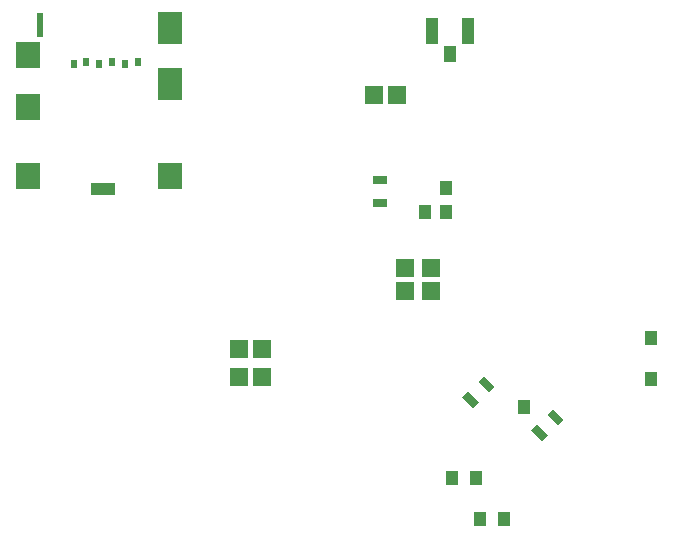
<source format=gbr>
G04 #@! TF.FileFunction,Paste,Bot*
%FSLAX46Y46*%
G04 Gerber Fmt 4.6, Leading zero omitted, Abs format (unit mm)*
G04 Created by KiCad (PCBNEW 4.0.7-e2-6376~58~ubuntu16.04.1) date Mon Oct 23 12:39:53 2017*
%MOMM*%
%LPD*%
G01*
G04 APERTURE LIST*
%ADD10C,0.100000*%
%ADD11R,1.000000X2.200000*%
%ADD12R,1.000000X1.400000*%
%ADD13R,1.524000X1.524000*%
%ADD14R,1.300000X0.700000*%
%ADD15R,1.000000X1.200000*%
%ADD16R,2.000000X2.700000*%
%ADD17R,2.000000X2.300000*%
%ADD18R,0.600000X0.800000*%
%ADD19R,0.600000X2.000000*%
%ADD20R,2.000000X1.000000*%
%ADD21R,1.000000X1.250000*%
G04 APERTURE END LIST*
D10*
D11*
X173887000Y-55626000D03*
D12*
X175387000Y-57626000D03*
D11*
X176887000Y-55626000D03*
D13*
X168926000Y-61087000D03*
X170926000Y-61087000D03*
X171577000Y-77708000D03*
X171577000Y-75708000D03*
X173736000Y-77708000D03*
X173736000Y-75708000D03*
X159496000Y-84963000D03*
X157496000Y-84963000D03*
X159496000Y-82550000D03*
X157496000Y-82550000D03*
D14*
X169443400Y-68315800D03*
X169443400Y-70215800D03*
D15*
X175006000Y-70993000D03*
X173228000Y-70993000D03*
X175006000Y-68961000D03*
X192405000Y-81661000D03*
X192405000Y-85090000D03*
D10*
G36*
X183182381Y-90405858D02*
X182263142Y-89486619D01*
X182758117Y-88991644D01*
X183677356Y-89910883D01*
X183182381Y-90405858D01*
X183182381Y-90405858D01*
G37*
G36*
X184525883Y-89062356D02*
X183606644Y-88143117D01*
X184101619Y-87648142D01*
X185020858Y-88567381D01*
X184525883Y-89062356D01*
X184525883Y-89062356D01*
G37*
G36*
X177340381Y-87611858D02*
X176421142Y-86692619D01*
X176916117Y-86197644D01*
X177835356Y-87116883D01*
X177340381Y-87611858D01*
X177340381Y-87611858D01*
G37*
G36*
X178683883Y-86268356D02*
X177764644Y-85349117D01*
X178259619Y-84854142D01*
X179178858Y-85773381D01*
X178683883Y-86268356D01*
X178683883Y-86268356D01*
G37*
D15*
X181610000Y-87503000D03*
D16*
X151643600Y-55448200D03*
D17*
X151643600Y-67918200D03*
D16*
X151643600Y-60148200D03*
D17*
X139643600Y-67918200D03*
X139643600Y-62068200D03*
X139643600Y-57668200D03*
D18*
X148973600Y-58268200D03*
X146773600Y-58268200D03*
X143533600Y-58468200D03*
X147873600Y-58468200D03*
X145673600Y-58468200D03*
X144588600Y-58268200D03*
D19*
X140683600Y-55148200D03*
D20*
X145973600Y-69068200D03*
D21*
X175593500Y-93472000D03*
X177593500Y-93472000D03*
X179943000Y-96964500D03*
X177943000Y-96964500D03*
M02*

</source>
